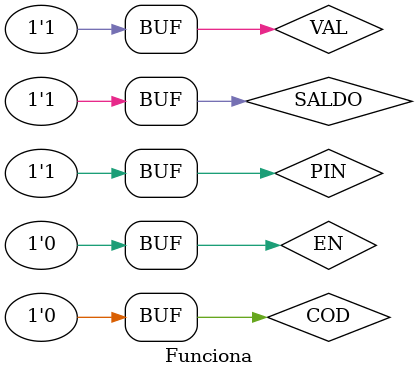
<source format=v>



module Funciona;

	// Inputs
	reg EN;
	reg PIN;
	reg COD;
	reg VAL;
	reg SALDO;

	// Outputs
	wire COD_OUT;
	wire [3:0] VAL_OUT;
	wire [3:0] SALDO_OUT;
	wire [4:0] ECRA;
	wire [0:0] PAR;

	// Instantiate the Unit Under Test (UUT)
	MB uut (
		.EN(EN), 
		.PIN(PIN), 
		.COD(COD), 
		.VAL(VAL), 
		.VAL_OUT(VAL_OUT), 
		.SALDO(SALDO), 
		.SALDO_OUT(SALDO_OUT), 
		.ECRA(ECRA), 
		.PAR(PAR)
	);

	initial begin
		// Initialize Inputs
		EN = 0;
		PIN = 1;
		COD = 0;
		VAL = 0101;
		SALDO = 1111;

		// Wait 100 ns for global reset to finish
		#100;
        
		// Add stimulus here

	end
      
endmodule


</source>
